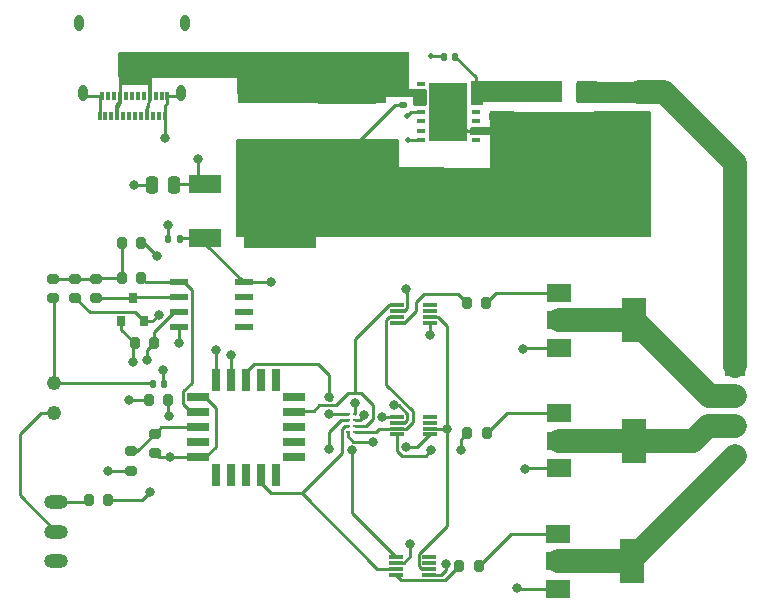
<source format=gtl>
G04 #@! TF.GenerationSoftware,KiCad,Pcbnew,(6.0.1-0)*
G04 #@! TF.CreationDate,2022-05-03T07:14:09+06:00*
G04 #@! TF.ProjectId,Sound Sensor,536f756e-6420-4536-956e-736f722e6b69,rev?*
G04 #@! TF.SameCoordinates,Original*
G04 #@! TF.FileFunction,Copper,L1,Top*
G04 #@! TF.FilePolarity,Positive*
%FSLAX46Y46*%
G04 Gerber Fmt 4.6, Leading zero omitted, Abs format (unit mm)*
G04 Created by KiCad (PCBNEW (6.0.1-0)) date 2022-05-03 07:14:09*
%MOMM*%
%LPD*%
G01*
G04 APERTURE LIST*
G04 Aperture macros list*
%AMRoundRect*
0 Rectangle with rounded corners*
0 $1 Rounding radius*
0 $2 $3 $4 $5 $6 $7 $8 $9 X,Y pos of 4 corners*
0 Add a 4 corners polygon primitive as box body*
4,1,4,$2,$3,$4,$5,$6,$7,$8,$9,$2,$3,0*
0 Add four circle primitives for the rounded corners*
1,1,$1+$1,$2,$3*
1,1,$1+$1,$4,$5*
1,1,$1+$1,$6,$7*
1,1,$1+$1,$8,$9*
0 Add four rect primitives between the rounded corners*
20,1,$1+$1,$2,$3,$4,$5,0*
20,1,$1+$1,$4,$5,$6,$7,0*
20,1,$1+$1,$6,$7,$8,$9,0*
20,1,$1+$1,$8,$9,$2,$3,0*%
G04 Aperture macros list end*
G04 #@! TA.AperFunction,SMDPad,CuDef*
%ADD10RoundRect,0.200000X0.200000X0.275000X-0.200000X0.275000X-0.200000X-0.275000X0.200000X-0.275000X0*%
G04 #@! TD*
G04 #@! TA.AperFunction,SMDPad,CuDef*
%ADD11RoundRect,0.140000X0.140000X0.170000X-0.140000X0.170000X-0.140000X-0.170000X0.140000X-0.170000X0*%
G04 #@! TD*
G04 #@! TA.AperFunction,ComponentPad*
%ADD12O,2.000000X1.200000*%
G04 #@! TD*
G04 #@! TA.AperFunction,SMDPad,CuDef*
%ADD13R,1.500000X0.600000*%
G04 #@! TD*
G04 #@! TA.AperFunction,SMDPad,CuDef*
%ADD14RoundRect,0.250000X-2.450000X0.650000X-2.450000X-0.650000X2.450000X-0.650000X2.450000X0.650000X0*%
G04 #@! TD*
G04 #@! TA.AperFunction,SMDPad,CuDef*
%ADD15RoundRect,0.200000X-0.200000X-0.275000X0.200000X-0.275000X0.200000X0.275000X-0.200000X0.275000X0*%
G04 #@! TD*
G04 #@! TA.AperFunction,SMDPad,CuDef*
%ADD16R,0.800100X0.400050*%
G04 #@! TD*
G04 #@! TA.AperFunction,SMDPad,CuDef*
%ADD17R,3.200001X5.000000*%
G04 #@! TD*
G04 #@! TA.AperFunction,SMDPad,CuDef*
%ADD18RoundRect,0.250000X0.250000X0.475000X-0.250000X0.475000X-0.250000X-0.475000X0.250000X-0.475000X0*%
G04 #@! TD*
G04 #@! TA.AperFunction,SMDPad,CuDef*
%ADD19RoundRect,0.200000X-0.275000X0.200000X-0.275000X-0.200000X0.275000X-0.200000X0.275000X0.200000X0*%
G04 #@! TD*
G04 #@! TA.AperFunction,SMDPad,CuDef*
%ADD20RoundRect,0.140000X-0.140000X-0.170000X0.140000X-0.170000X0.140000X0.170000X-0.140000X0.170000X0*%
G04 #@! TD*
G04 #@! TA.AperFunction,SMDPad,CuDef*
%ADD21RoundRect,0.140000X-0.170000X0.140000X-0.170000X-0.140000X0.170000X-0.140000X0.170000X0.140000X0*%
G04 #@! TD*
G04 #@! TA.AperFunction,SMDPad,CuDef*
%ADD22RoundRect,0.008100X-0.551900X-0.126900X0.551900X-0.126900X0.551900X0.126900X-0.551900X0.126900X0*%
G04 #@! TD*
G04 #@! TA.AperFunction,SMDPad,CuDef*
%ADD23R,0.300000X0.700000*%
G04 #@! TD*
G04 #@! TA.AperFunction,ComponentPad*
%ADD24O,0.800000X1.400000*%
G04 #@! TD*
G04 #@! TA.AperFunction,ComponentPad*
%ADD25R,1.700000X1.700000*%
G04 #@! TD*
G04 #@! TA.AperFunction,ComponentPad*
%ADD26O,1.700000X1.700000*%
G04 #@! TD*
G04 #@! TA.AperFunction,SMDPad,CuDef*
%ADD27R,0.700000X1.925000*%
G04 #@! TD*
G04 #@! TA.AperFunction,SMDPad,CuDef*
%ADD28R,1.925000X0.700000*%
G04 #@! TD*
G04 #@! TA.AperFunction,SMDPad,CuDef*
%ADD29R,0.800000X0.900000*%
G04 #@! TD*
G04 #@! TA.AperFunction,SMDPad,CuDef*
%ADD30R,2.000000X1.500000*%
G04 #@! TD*
G04 #@! TA.AperFunction,SMDPad,CuDef*
%ADD31R,2.000000X3.800000*%
G04 #@! TD*
G04 #@! TA.AperFunction,SMDPad,CuDef*
%ADD32RoundRect,0.218750X-0.218750X-0.381250X0.218750X-0.381250X0.218750X0.381250X-0.218750X0.381250X0*%
G04 #@! TD*
G04 #@! TA.AperFunction,SMDPad,CuDef*
%ADD33R,0.350000X0.200000*%
G04 #@! TD*
G04 #@! TA.AperFunction,ComponentPad*
%ADD34C,1.270000*%
G04 #@! TD*
G04 #@! TA.AperFunction,SMDPad,CuDef*
%ADD35R,2.800000X1.500000*%
G04 #@! TD*
G04 #@! TA.AperFunction,SMDPad,CuDef*
%ADD36R,6.100000X6.300000*%
G04 #@! TD*
G04 #@! TA.AperFunction,SMDPad,CuDef*
%ADD37RoundRect,0.200000X0.275000X-0.200000X0.275000X0.200000X-0.275000X0.200000X-0.275000X-0.200000X0*%
G04 #@! TD*
G04 #@! TA.AperFunction,SMDPad,CuDef*
%ADD38R,1.447800X1.701800*%
G04 #@! TD*
G04 #@! TA.AperFunction,SMDPad,CuDef*
%ADD39R,2.209800X3.302000*%
G04 #@! TD*
G04 #@! TA.AperFunction,ComponentPad*
%ADD40C,1.228000*%
G04 #@! TD*
G04 #@! TA.AperFunction,ViaPad*
%ADD41C,0.800000*%
G04 #@! TD*
G04 #@! TA.AperFunction,ViaPad*
%ADD42C,0.500000*%
G04 #@! TD*
G04 #@! TA.AperFunction,Conductor*
%ADD43C,0.250000*%
G04 #@! TD*
G04 #@! TA.AperFunction,Conductor*
%ADD44C,2.000000*%
G04 #@! TD*
G04 APERTURE END LIST*
D10*
X178115000Y-130670000D03*
X176465000Y-130670000D03*
D11*
X202390000Y-101609000D03*
X201430000Y-101609000D03*
D12*
X168620000Y-144330000D03*
X168620000Y-141830000D03*
X168620000Y-139330000D03*
D10*
X176895000Y-125850000D03*
X175245000Y-125850000D03*
D13*
X179010000Y-120735000D03*
X179010000Y-122005000D03*
X179010000Y-123275000D03*
X179010000Y-124545000D03*
X184510000Y-124545000D03*
X184510000Y-123275000D03*
X184510000Y-122005000D03*
X184510000Y-120735000D03*
D14*
X187020000Y-104639000D03*
X187020000Y-109739000D03*
X193210000Y-104669000D03*
X193210000Y-109769000D03*
D15*
X202755000Y-144740000D03*
X204405000Y-144740000D03*
D16*
X199520000Y-103890000D03*
X199520000Y-104690001D03*
X199520000Y-105489999D03*
X199520000Y-106290000D03*
X199520000Y-107089998D03*
X199520000Y-107889999D03*
X199520000Y-108690000D03*
X204120000Y-108690000D03*
X204120000Y-107889999D03*
X204120000Y-107090001D03*
X204120000Y-106290000D03*
X204120000Y-105490002D03*
X204120000Y-104690001D03*
X204120000Y-103890000D03*
D17*
X201820000Y-106290000D03*
D18*
X178620000Y-112480000D03*
X176720000Y-112480000D03*
D19*
X170240000Y-120405000D03*
X170240000Y-122055000D03*
D20*
X176790000Y-129310000D03*
X177750000Y-129310000D03*
D15*
X203425000Y-133520000D03*
X205075000Y-133520000D03*
D21*
X197990000Y-104729000D03*
X197990000Y-105689000D03*
D22*
X197445000Y-122640000D03*
X197445000Y-123140000D03*
X197445000Y-123640000D03*
X197445000Y-124140000D03*
X200255000Y-124140000D03*
X200255000Y-123640000D03*
X200255000Y-123140000D03*
X200255000Y-122640000D03*
D19*
X172000000Y-120405000D03*
X172000000Y-122055000D03*
D22*
X197385000Y-143990000D03*
X197385000Y-144490000D03*
X197385000Y-144990000D03*
X197385000Y-145490000D03*
X200195000Y-145490000D03*
X200195000Y-144990000D03*
X200195000Y-144490000D03*
X200195000Y-143990000D03*
D23*
X177780000Y-106620000D03*
X177280000Y-106620000D03*
X176780000Y-106620000D03*
X176280000Y-106620000D03*
X175780000Y-106620000D03*
X175280000Y-106620000D03*
X174780000Y-106620000D03*
X174280000Y-106620000D03*
X173780000Y-106620000D03*
X173280000Y-106620000D03*
X172780000Y-106620000D03*
X172280000Y-106620000D03*
X172530000Y-104920000D03*
X173030000Y-104920000D03*
X173530000Y-104920000D03*
X174030000Y-104920000D03*
X174530000Y-104920000D03*
X175030000Y-104920000D03*
X175530000Y-104920000D03*
X176030000Y-104920000D03*
X176530000Y-104920000D03*
X177030000Y-104920000D03*
X177530000Y-104920000D03*
X178030000Y-104920000D03*
D24*
X170540000Y-98760000D03*
X179520000Y-98760000D03*
X179160000Y-104710000D03*
X170900000Y-104710000D03*
D25*
X226100000Y-127780000D03*
D26*
X226100000Y-130320000D03*
X226100000Y-132860000D03*
X226100000Y-135400000D03*
D27*
X184670000Y-128957500D03*
X183400000Y-128957500D03*
X182130000Y-128957500D03*
D28*
X180617500Y-130470000D03*
X180617500Y-131740000D03*
X180617500Y-133010000D03*
X180617500Y-134280000D03*
X180617500Y-135550000D03*
D27*
X182130000Y-137062500D03*
X183400000Y-137062500D03*
X184670000Y-137062500D03*
X185940000Y-137062500D03*
X187210000Y-137062500D03*
D28*
X188722500Y-135550000D03*
X188722500Y-134280000D03*
X188722500Y-133010000D03*
X188722500Y-131740000D03*
X188722500Y-130470000D03*
D27*
X187210000Y-128957500D03*
X185940000Y-128957500D03*
D22*
X197445000Y-132100000D03*
X197445000Y-132600000D03*
X197445000Y-133100000D03*
X197445000Y-133600000D03*
X200255000Y-133600000D03*
X200255000Y-133100000D03*
X200255000Y-132600000D03*
X200255000Y-132100000D03*
D29*
X174130000Y-124030000D03*
X176030000Y-124030000D03*
X175080000Y-122030000D03*
D30*
X211100000Y-142050000D03*
X211100000Y-144350000D03*
X211100000Y-146650000D03*
D31*
X217400000Y-144350000D03*
D15*
X203355000Y-122480000D03*
X205005000Y-122480000D03*
D32*
X210997500Y-104569000D03*
X213122500Y-104569000D03*
D33*
X193280000Y-131870000D03*
X193280000Y-132370000D03*
X193280000Y-132870000D03*
X193280000Y-133370000D03*
X193880000Y-133370000D03*
X193880000Y-132870000D03*
X193880000Y-132370000D03*
X193880000Y-131870000D03*
D34*
X217990000Y-104640500D03*
X217990000Y-107140500D03*
D19*
X168380000Y-120425000D03*
X168380000Y-122075000D03*
D35*
X181242500Y-112437500D03*
D36*
X187542500Y-114717500D03*
D35*
X181242500Y-116997500D03*
D30*
X211220000Y-121640000D03*
X211220000Y-123940000D03*
X211220000Y-126240000D03*
D31*
X217520000Y-123940000D03*
D15*
X174155000Y-117420000D03*
X175805000Y-117420000D03*
D11*
X179070000Y-117060000D03*
X178110000Y-117060000D03*
D30*
X211220000Y-131820000D03*
X211220000Y-134120000D03*
X211220000Y-136420000D03*
D31*
X217520000Y-134120000D03*
D10*
X173025000Y-139140000D03*
X171375000Y-139140000D03*
D19*
X176950000Y-133555000D03*
X176950000Y-135205000D03*
D37*
X174980000Y-136695000D03*
X174980000Y-135045000D03*
D38*
X208103450Y-104620900D03*
D39*
X208103450Y-107884800D03*
D40*
X168390000Y-131775000D03*
X168390000Y-129275000D03*
D15*
X174165000Y-120370000D03*
X175815000Y-120370000D03*
D41*
X195670000Y-112700000D03*
X199165000Y-112700000D03*
X202660000Y-112700000D03*
X206155000Y-112700000D03*
X209670000Y-112700000D03*
X213480000Y-112700000D03*
X217200000Y-112720000D03*
X217200000Y-115170000D03*
X213570000Y-115150000D03*
X209670000Y-115150000D03*
X206170000Y-115150000D03*
X202670000Y-115150000D03*
X199170000Y-115150000D03*
X195670000Y-115150000D03*
X182130000Y-126430000D03*
X186765000Y-120735000D03*
X200300000Y-125200000D03*
X193880000Y-130920000D03*
X198200000Y-134700000D03*
X173005000Y-136695000D03*
X201600000Y-144600000D03*
X175200000Y-112500000D03*
X207600000Y-146600000D03*
X198200000Y-121300000D03*
X197200000Y-131100000D03*
X179010000Y-125890000D03*
X183400000Y-126900000D03*
X177780000Y-108480000D03*
X174800000Y-130700000D03*
X208300000Y-136500000D03*
X195400000Y-134200000D03*
X198600000Y-142900000D03*
X208100000Y-126400000D03*
X178110000Y-115910000D03*
X175130000Y-127470000D03*
X178140000Y-132050000D03*
X178260000Y-135550000D03*
X177690000Y-128140000D03*
X176540000Y-138480000D03*
X177310000Y-123450000D03*
D42*
X198400000Y-108710000D03*
D41*
X180580000Y-110270000D03*
X177110000Y-118500000D03*
X176310000Y-127340000D03*
X200370000Y-134960000D03*
X202880000Y-134960000D03*
X191693459Y-131873459D03*
X191693459Y-130415500D03*
X196169001Y-132093798D03*
X191710000Y-134870000D03*
X193651577Y-134916342D03*
X194710000Y-131980000D03*
X201670000Y-133100000D03*
D42*
X200380000Y-101600000D03*
X198330000Y-106650000D03*
D43*
X204120000Y-107889999D02*
X203419999Y-107889999D01*
X203419999Y-107889999D02*
X201820000Y-106290000D01*
D44*
X217990000Y-104640500D02*
X220110500Y-104640500D01*
X220110500Y-104640500D02*
X226100000Y-110630000D01*
X226100000Y-110630000D02*
X226100000Y-127780000D01*
D43*
X199155000Y-134700000D02*
X198200000Y-134700000D01*
X184510000Y-120735000D02*
X186765000Y-120735000D01*
X200255000Y-125155000D02*
X200300000Y-125200000D01*
X193900000Y-130900000D02*
X193880000Y-130920000D01*
X201600000Y-145100000D02*
X201600000Y-144600000D01*
X200255000Y-124140000D02*
X200255000Y-125155000D01*
X201210000Y-145490000D02*
X201600000Y-145100000D01*
X200255000Y-133600000D02*
X199155000Y-134700000D01*
X182130000Y-128957500D02*
X182130000Y-126430000D01*
X181242500Y-116997500D02*
X179132500Y-116997500D01*
X182100000Y-126400000D02*
X182130000Y-126430000D01*
X193880000Y-131870000D02*
X193880000Y-130920000D01*
X200195000Y-145490000D02*
X201210000Y-145490000D01*
X173000000Y-136700000D02*
X173005000Y-136695000D01*
X181242500Y-117467500D02*
X184510000Y-120735000D01*
X179132500Y-116997500D02*
X179070000Y-117060000D01*
X180362500Y-117070000D02*
X180845000Y-117070000D01*
X186800000Y-120700000D02*
X186765000Y-120735000D01*
X174980000Y-136695000D02*
X173005000Y-136695000D01*
X181242500Y-116997500D02*
X181242500Y-117467500D01*
X198329520Y-132364675D02*
X198329520Y-131835325D01*
X198329520Y-131835325D02*
X197594195Y-131100000D01*
X176720000Y-112480000D02*
X176700000Y-112500000D01*
X193280000Y-133370000D02*
X193280000Y-133720000D01*
X193280000Y-133720000D02*
X193760000Y-134200000D01*
X197594195Y-131100000D02*
X197200000Y-131100000D01*
X197385000Y-144490000D02*
X198034195Y-144490000D01*
X179000000Y-125900000D02*
X179010000Y-125890000D01*
X198329520Y-122904675D02*
X198329520Y-121429520D01*
X198600000Y-143924195D02*
X198600000Y-142900000D01*
X178100000Y-115900000D02*
X178110000Y-115910000D01*
X208260000Y-126240000D02*
X208100000Y-126400000D01*
X211100000Y-146650000D02*
X207650000Y-146650000D01*
X197290000Y-105689000D02*
X193210000Y-109769000D01*
X198094195Y-132600000D02*
X198329520Y-132364675D01*
X176465000Y-130670000D02*
X174830000Y-130670000D01*
X197445000Y-123140000D02*
X198094195Y-123140000D01*
X178030000Y-104920000D02*
X178950000Y-104920000D01*
X183400000Y-128957500D02*
X183400000Y-127000000D01*
X179010000Y-124545000D02*
X179010000Y-125890000D01*
X178030000Y-104920000D02*
X178030000Y-105570727D01*
X177800000Y-108500000D02*
X177780000Y-108480000D01*
X171110000Y-104920000D02*
X170900000Y-104710000D01*
X177780000Y-106620000D02*
X177780000Y-108480000D01*
X183400000Y-127000000D02*
X183400000Y-126900000D01*
X211220000Y-136420000D02*
X208380000Y-136420000D01*
X211220000Y-126240000D02*
X208260000Y-126240000D01*
X178950000Y-104920000D02*
X179160000Y-104710000D01*
X198094195Y-123140000D02*
X198329520Y-122904675D01*
X176700000Y-112500000D02*
X175200000Y-112500000D01*
X178110000Y-117060000D02*
X178110000Y-115910000D01*
X196261000Y-109769000D02*
X193210000Y-109769000D01*
X198034195Y-144490000D02*
X198600000Y-143924195D01*
X207650000Y-146650000D02*
X207600000Y-146600000D01*
X178030000Y-105570727D02*
X177780000Y-105820727D01*
X172280000Y-105170000D02*
X172530000Y-104920000D01*
X208380000Y-136420000D02*
X208300000Y-136500000D01*
X172530000Y-104920000D02*
X171110000Y-104920000D01*
X172280000Y-106620000D02*
X172280000Y-105170000D01*
X197990000Y-105689000D02*
X197290000Y-105689000D01*
X177780000Y-105820727D02*
X177780000Y-106620000D01*
X197445000Y-132600000D02*
X198094195Y-132600000D01*
X198329520Y-121429520D02*
X198200000Y-121300000D01*
X174830000Y-130670000D02*
X174800000Y-130700000D01*
X193760000Y-134200000D02*
X195400000Y-134200000D01*
X165520000Y-138730000D02*
X168620000Y-141830000D01*
X165520000Y-133550000D02*
X165520000Y-138730000D01*
X175130000Y-127470000D02*
X175130000Y-125965000D01*
X175130000Y-125965000D02*
X175245000Y-125850000D01*
X174130000Y-124735000D02*
X175245000Y-125850000D01*
X174130000Y-124030000D02*
X174130000Y-124735000D01*
X167295000Y-131775000D02*
X165520000Y-133550000D01*
X168390000Y-131775000D02*
X167295000Y-131775000D01*
X175080000Y-122030000D02*
X172025000Y-122030000D01*
X179010000Y-122005000D02*
X175105000Y-122005000D01*
X175105000Y-122005000D02*
X175080000Y-122030000D01*
X172025000Y-122030000D02*
X172000000Y-122055000D01*
X174155000Y-120360000D02*
X174165000Y-120370000D01*
X172035000Y-120370000D02*
X172000000Y-120405000D01*
X174155000Y-117420000D02*
X174155000Y-120360000D01*
X172000000Y-120405000D02*
X168400000Y-120405000D01*
X174165000Y-120370000D02*
X172035000Y-120370000D01*
X168400000Y-120405000D02*
X168380000Y-120425000D01*
X177495000Y-133010000D02*
X180617500Y-133010000D01*
X174980000Y-135045000D02*
X175460000Y-135045000D01*
X176950000Y-133555000D02*
X177495000Y-133010000D01*
X175460000Y-135045000D02*
X176950000Y-133555000D01*
X178115000Y-130670000D02*
X178115000Y-132025000D01*
X178115000Y-132025000D02*
X178140000Y-132050000D01*
X182100000Y-134670000D02*
X181220000Y-135550000D01*
X176950000Y-135205000D02*
X177295000Y-135550000D01*
X182100000Y-131340000D02*
X182100000Y-134670000D01*
X181230000Y-130470000D02*
X182100000Y-131340000D01*
X177295000Y-135550000D02*
X178260000Y-135550000D01*
X180617500Y-130470000D02*
X181230000Y-130470000D01*
X181220000Y-135550000D02*
X180617500Y-135550000D01*
X178260000Y-135550000D02*
X180617500Y-135550000D01*
X168390000Y-122085000D02*
X168390000Y-129275000D01*
X168380000Y-122075000D02*
X168390000Y-122085000D01*
X176790000Y-129310000D02*
X176755000Y-129275000D01*
X176755000Y-129275000D02*
X168390000Y-129275000D01*
X171440489Y-123255489D02*
X175255489Y-123255489D01*
X170240000Y-122055000D02*
X171440489Y-123255489D01*
X175880000Y-139140000D02*
X176540000Y-138480000D01*
X173025000Y-139140000D02*
X175880000Y-139140000D01*
X175255489Y-123255489D02*
X176030000Y-124030000D01*
X176730000Y-124030000D02*
X177310000Y-123450000D01*
X176030000Y-124030000D02*
X176730000Y-124030000D01*
X177690000Y-128140000D02*
X177690000Y-129250000D01*
X177690000Y-129250000D02*
X177750000Y-129310000D01*
X181242500Y-112437500D02*
X178662500Y-112437500D01*
X198420000Y-108690000D02*
X198400000Y-108710000D01*
X180580000Y-110270000D02*
X180580000Y-112292500D01*
X180580000Y-112292500D02*
X180362500Y-112510000D01*
X178662500Y-112437500D02*
X178620000Y-112480000D01*
X199520000Y-108690000D02*
X198420000Y-108690000D01*
D44*
X223900000Y-130320000D02*
X226100000Y-130320000D01*
X217520000Y-123940000D02*
X223900000Y-130320000D01*
X211220000Y-123940000D02*
X217520000Y-123940000D01*
X222540000Y-134120000D02*
X223800000Y-132860000D01*
X217520000Y-134120000D02*
X211220000Y-134120000D01*
X223800000Y-132860000D02*
X226100000Y-132860000D01*
X217520000Y-134120000D02*
X222540000Y-134120000D01*
X217150000Y-144350000D02*
X226100000Y-135400000D01*
X211100000Y-144350000D02*
X217150000Y-144350000D01*
D43*
X205005000Y-122480000D02*
X205845000Y-121640000D01*
X205845000Y-121640000D02*
X211220000Y-121640000D01*
X204405000Y-144740000D02*
X207095000Y-142050000D01*
X207095000Y-142050000D02*
X211100000Y-142050000D01*
X205075000Y-133520000D02*
X206775000Y-131820000D01*
X206775000Y-131820000D02*
X211220000Y-131820000D01*
X168620000Y-139330000D02*
X171185000Y-139330000D01*
X171185000Y-139330000D02*
X171375000Y-139140000D01*
X175805000Y-117420000D02*
X176030000Y-117420000D01*
X176310000Y-127340000D02*
X176310000Y-126435000D01*
X178560000Y-123275000D02*
X176895000Y-124940000D01*
X176310000Y-126435000D02*
X176895000Y-125850000D01*
X176895000Y-124940000D02*
X176895000Y-125850000D01*
X176030000Y-117420000D02*
X177110000Y-118500000D01*
X179010000Y-123275000D02*
X178560000Y-123275000D01*
X176180000Y-120735000D02*
X179010000Y-120735000D01*
X179330489Y-131010489D02*
X180060000Y-131740000D01*
X180084511Y-121359511D02*
X180084511Y-129205489D01*
X179330489Y-129959511D02*
X179330489Y-131010489D01*
X179010000Y-120735000D02*
X179460000Y-120735000D01*
X179460000Y-120735000D02*
X180084511Y-121359511D01*
X175815000Y-120370000D02*
X176180000Y-120735000D01*
X180060000Y-131740000D02*
X180617500Y-131740000D01*
X180084511Y-129205489D02*
X179330489Y-129959511D01*
X199070000Y-123164195D02*
X199070000Y-122400000D01*
X202595000Y-121720000D02*
X203355000Y-122480000D01*
X199750000Y-121720000D02*
X202595000Y-121720000D01*
X197445000Y-124140000D02*
X198094195Y-124140000D01*
X198094195Y-124140000D02*
X199070000Y-123164195D01*
X199070000Y-122400000D02*
X199750000Y-121720000D01*
X202755000Y-144740000D02*
X201545480Y-145949520D01*
X201545480Y-145949520D02*
X197844520Y-145949520D01*
X197844520Y-145949520D02*
X197385000Y-145490000D01*
X199880490Y-135449510D02*
X200370000Y-134960000D01*
X197445000Y-134969600D02*
X197924910Y-135449510D01*
X202880000Y-134960000D02*
X202880000Y-134065000D01*
X202880000Y-134065000D02*
X203425000Y-133520000D01*
X197445000Y-133600000D02*
X197445000Y-134969600D01*
X197924910Y-135449510D02*
X199880490Y-135449510D01*
X190790489Y-127670489D02*
X191693459Y-128573459D01*
X191693459Y-131873459D02*
X193276541Y-131873459D01*
X185344511Y-127670489D02*
X190790489Y-127670489D01*
X184670000Y-128957500D02*
X184670000Y-128345000D01*
X191900000Y-130670000D02*
X191693459Y-130463459D01*
X184670000Y-128345000D02*
X185344511Y-127670489D01*
X191693459Y-130463459D02*
X191693459Y-130415500D01*
X193276541Y-131873459D02*
X193280000Y-131870000D01*
X191693459Y-128573459D02*
X191693459Y-130415500D01*
X189400000Y-138580000D02*
X195810000Y-144990000D01*
X188750000Y-138600000D02*
X188790000Y-138600000D01*
X192780489Y-133129511D02*
X193040000Y-132870000D01*
X192780489Y-134409511D02*
X192780489Y-133129511D01*
X192780489Y-134409511D02*
X192780489Y-135199511D01*
X185940000Y-137062500D02*
X185940000Y-137754022D01*
X195810000Y-144990000D02*
X197385000Y-144990000D01*
X186765978Y-138580000D02*
X189400000Y-138580000D01*
X185940000Y-137754022D02*
X186765978Y-138580000D01*
X193040000Y-132870000D02*
X193280000Y-132870000D01*
X192780489Y-134609511D02*
X192780489Y-134409511D01*
X192780489Y-135199511D02*
X189400000Y-138580000D01*
X190410000Y-131620000D02*
X190890000Y-131140000D01*
X190890000Y-131140000D02*
X192260000Y-131140000D01*
X193920000Y-130120000D02*
X193280000Y-130120000D01*
X197445000Y-122640000D02*
X196795805Y-122640000D01*
X196795805Y-122640000D02*
X193920000Y-125515805D01*
X194400000Y-130100000D02*
X195444501Y-131144501D01*
X195444501Y-131144501D02*
X195444501Y-132270099D01*
X193920000Y-130120000D02*
X193940000Y-130100000D01*
X188842500Y-131620000D02*
X190410000Y-131620000D01*
X194844600Y-132870000D02*
X193880000Y-132870000D01*
X193280000Y-130120000D02*
X192260000Y-131140000D01*
X193920000Y-125515805D02*
X193920000Y-130120000D01*
X193940000Y-130100000D02*
X194400000Y-130100000D01*
X195444501Y-132270099D02*
X194844600Y-132870000D01*
X188722500Y-131740000D02*
X188842500Y-131620000D01*
X191710000Y-133380274D02*
X191710000Y-134870000D01*
X197385000Y-143990000D02*
X193630000Y-140235000D01*
X193280000Y-132370000D02*
X192720274Y-132370000D01*
X193630000Y-140235000D02*
X193630000Y-134937919D01*
X192720274Y-132370000D02*
X191710000Y-133380274D01*
X196175203Y-132100000D02*
X196169001Y-132093798D01*
X193630000Y-134937919D02*
X193651577Y-134916342D01*
X197445000Y-132100000D02*
X196175203Y-132100000D01*
X193880000Y-133370000D02*
X195670000Y-133370000D01*
X196795805Y-123640000D02*
X196530000Y-123905805D01*
X198779030Y-132550869D02*
X198229899Y-133100000D01*
X195940000Y-133100000D02*
X197445000Y-133100000D01*
X197445000Y-123640000D02*
X196795805Y-123640000D01*
X196530000Y-129400101D02*
X198779031Y-131649132D01*
X195670000Y-133370000D02*
X195940000Y-133100000D01*
X198229899Y-133100000D02*
X197445000Y-133100000D01*
X198779031Y-131649132D02*
X198779030Y-132550869D01*
X196530000Y-123905805D02*
X196530000Y-129400101D01*
X201670000Y-133100000D02*
X200255000Y-133100000D01*
X201670000Y-124405805D02*
X201670000Y-133100000D01*
X199545805Y-144990000D02*
X199310480Y-144754675D01*
X200904195Y-123640000D02*
X201670000Y-124405805D01*
X193880000Y-132370000D02*
X194360000Y-132370000D01*
X194580000Y-132150000D02*
X194710000Y-132020000D01*
X200255000Y-123640000D02*
X200904195Y-123640000D01*
X201670000Y-141365805D02*
X201670000Y-133100000D01*
X194360000Y-132370000D02*
X194580000Y-132150000D01*
X194710000Y-132020000D02*
X194710000Y-131980000D01*
X199310480Y-144754675D02*
X199310480Y-143725325D01*
X200195000Y-144990000D02*
X199545805Y-144990000D01*
X199310480Y-143725325D02*
X201670000Y-141365805D01*
X202390000Y-101609000D02*
X204120000Y-103339000D01*
X204120000Y-103339000D02*
X204120000Y-103890000D01*
X198690000Y-106290000D02*
X198330000Y-106650000D01*
X200380000Y-101600000D02*
X201421000Y-101600000D01*
X201421000Y-101600000D02*
X201430000Y-101609000D01*
X199520000Y-106290000D02*
X198690000Y-106290000D01*
G04 #@! TA.AperFunction,Conductor*
G36*
X198449060Y-101218974D02*
G01*
X198485105Y-101268415D01*
X198490000Y-101299161D01*
X198490000Y-104370000D01*
X198498167Y-104369946D01*
X198498168Y-104369946D01*
X199638165Y-104362346D01*
X199889635Y-104360669D01*
X199947951Y-104379188D01*
X199984244Y-104428447D01*
X199989293Y-104460364D01*
X199980692Y-105681697D01*
X199961375Y-105739753D01*
X199911623Y-105775368D01*
X199881694Y-105780000D01*
X198959000Y-105780000D01*
X198900809Y-105761093D01*
X198864845Y-105711593D01*
X198860000Y-105681000D01*
X198860000Y-105060000D01*
X196540000Y-105060000D01*
X196540000Y-105441079D01*
X196521093Y-105499270D01*
X196471593Y-105535234D01*
X196441081Y-105540079D01*
X190010285Y-105545195D01*
X184067693Y-105549922D01*
X184009487Y-105531061D01*
X183973484Y-105481590D01*
X183968624Y-105452316D01*
X183968169Y-105419971D01*
X183948651Y-104034243D01*
X183940221Y-103435678D01*
X183940221Y-103435677D01*
X183940000Y-103420000D01*
X183931577Y-103419988D01*
X179790169Y-103414236D01*
X176740000Y-103410000D01*
X176739542Y-103418856D01*
X176681926Y-104532752D01*
X176680857Y-104541332D01*
X176680448Y-104545487D01*
X176679500Y-104550252D01*
X176679500Y-105289748D01*
X176679833Y-105291420D01*
X176680000Y-105294825D01*
X176680000Y-105316334D01*
X176676296Y-105343158D01*
X176429252Y-106220788D01*
X176429286Y-106254878D01*
X176429500Y-106472407D01*
X176429500Y-106881000D01*
X176410593Y-106939191D01*
X176361093Y-106975155D01*
X176330500Y-106980000D01*
X176229500Y-106980000D01*
X176171309Y-106961093D01*
X176135345Y-106911593D01*
X176130500Y-106881000D01*
X176130500Y-106250252D01*
X176130167Y-106248580D01*
X176130000Y-106245175D01*
X176130000Y-106222807D01*
X176133260Y-106197612D01*
X176269027Y-105681697D01*
X176344711Y-105394098D01*
X176358136Y-105364291D01*
X176363448Y-105356341D01*
X176368867Y-105348231D01*
X176380500Y-105289748D01*
X176380500Y-104550252D01*
X176380167Y-104548580D01*
X176380000Y-104545175D01*
X176380000Y-104020000D01*
X174180001Y-104030135D01*
X174180057Y-104038353D01*
X174183315Y-104520643D01*
X174181415Y-104540624D01*
X174179500Y-104550252D01*
X174179500Y-105289748D01*
X174180447Y-105294509D01*
X174180448Y-105294519D01*
X174186992Y-105327414D01*
X174188892Y-105346055D01*
X174189758Y-105474186D01*
X174189835Y-105485575D01*
X174178666Y-105531927D01*
X174096446Y-105690000D01*
X173930000Y-106010000D01*
X173929883Y-106021677D01*
X173929883Y-106021678D01*
X173920980Y-106911990D01*
X173901492Y-106969989D01*
X173851635Y-107005456D01*
X173821985Y-107010000D01*
X173729500Y-107010000D01*
X173671309Y-106991093D01*
X173635345Y-106941593D01*
X173630500Y-106911000D01*
X173630500Y-106250252D01*
X173625176Y-106223485D01*
X173623275Y-106203772D01*
X173625244Y-105718957D01*
X173641065Y-105665671D01*
X173775801Y-105456928D01*
X173803976Y-105428302D01*
X173816444Y-105419971D01*
X173816448Y-105419967D01*
X173824552Y-105414552D01*
X173829967Y-105406448D01*
X173829969Y-105406446D01*
X173855500Y-105368236D01*
X173868867Y-105348231D01*
X173875388Y-105315446D01*
X173879172Y-105306110D01*
X173878181Y-105305819D01*
X173882218Y-105292056D01*
X173890000Y-105280000D01*
X173880245Y-101339083D01*
X173899009Y-101280847D01*
X173948419Y-101244760D01*
X173979084Y-101239839D01*
X179197210Y-101231358D01*
X198390840Y-101200161D01*
X198449060Y-101218974D01*
G37*
G04 #@! TD.AperFunction*
G04 #@! TA.AperFunction,Conductor*
G36*
X215966955Y-103720665D02*
G01*
X218771318Y-103729683D01*
X218829448Y-103748777D01*
X218865252Y-103798392D01*
X218870000Y-103828682D01*
X218870000Y-105401000D01*
X218851093Y-105459191D01*
X218801593Y-105495155D01*
X218771000Y-105500000D01*
X212749000Y-105500000D01*
X212690809Y-105481093D01*
X212654845Y-105431593D01*
X212650000Y-105401000D01*
X212650000Y-103809318D01*
X212668907Y-103751127D01*
X212718407Y-103715163D01*
X212749316Y-103710319D01*
X215966955Y-103720665D01*
G37*
G04 #@! TD.AperFunction*
G04 #@! TA.AperFunction,Conductor*
G36*
X211429088Y-103658960D02*
G01*
X211465115Y-103708414D01*
X211470000Y-103739128D01*
X211470000Y-105361000D01*
X211451093Y-105419191D01*
X211401593Y-105455155D01*
X211371000Y-105460000D01*
X208839894Y-105460000D01*
X206180266Y-105469999D01*
X206179894Y-105470000D01*
X204780000Y-105470000D01*
X204780000Y-105611000D01*
X204761093Y-105669191D01*
X204711593Y-105705155D01*
X204681000Y-105710000D01*
X203799000Y-105710000D01*
X203740809Y-105691093D01*
X203704845Y-105641593D01*
X203700000Y-105611000D01*
X203700000Y-103748873D01*
X203718907Y-103690682D01*
X203768407Y-103654718D01*
X203798873Y-103649873D01*
X211370873Y-103640128D01*
X211429088Y-103658960D01*
G37*
G04 #@! TD.AperFunction*
G04 #@! TA.AperFunction,Conductor*
G36*
X218949108Y-106268949D02*
G01*
X218985123Y-106318412D01*
X218990000Y-106349102D01*
X218990000Y-111980064D01*
X219007028Y-116822399D01*
X218988326Y-116880656D01*
X218938953Y-116916793D01*
X218907945Y-116921747D01*
X183956325Y-116891916D01*
X183898150Y-116872959D01*
X183862228Y-116823428D01*
X183857409Y-116792885D01*
X183859969Y-108659186D01*
X183878895Y-108601001D01*
X183928406Y-108565053D01*
X183959185Y-108560217D01*
X191848890Y-108577443D01*
X197501217Y-108589784D01*
X197559365Y-108608819D01*
X197595221Y-108658397D01*
X197600000Y-108688784D01*
X197600000Y-110980000D01*
X205310000Y-111000000D01*
X205310000Y-108210000D01*
X203739000Y-108210000D01*
X203680809Y-108191093D01*
X203644845Y-108141593D01*
X203640000Y-108111000D01*
X203640000Y-107679000D01*
X203658907Y-107620809D01*
X203708407Y-107584845D01*
X203739000Y-107580000D01*
X205300000Y-107580000D01*
X205290752Y-106349994D01*
X205309221Y-106291663D01*
X205358449Y-106255328D01*
X205389996Y-106250250D01*
X209290000Y-106260000D01*
X218890899Y-106250102D01*
X218949108Y-106268949D01*
G37*
G04 #@! TD.AperFunction*
M02*

</source>
